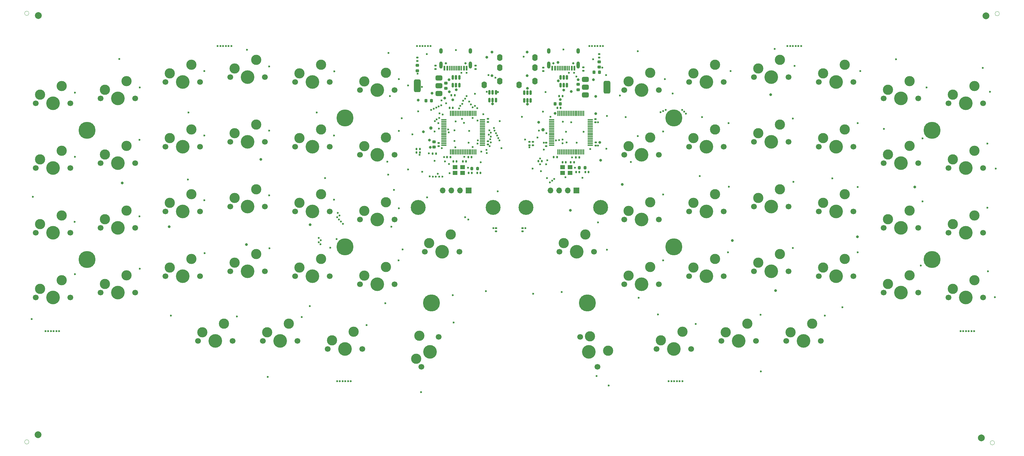
<source format=gts>
G04 #@! TF.GenerationSoftware,KiCad,Pcbnew,8.0.8*
G04 #@! TF.CreationDate,2025-02-14T10:27:23+13:00*
G04 #@! TF.ProjectId,Koca,4b6f6361-2e6b-4696-9361-645f70636258,3*
G04 #@! TF.SameCoordinates,Original*
G04 #@! TF.FileFunction,Soldermask,Top*
G04 #@! TF.FilePolarity,Negative*
%FSLAX46Y46*%
G04 Gerber Fmt 4.6, Leading zero omitted, Abs format (unit mm)*
G04 Created by KiCad (PCBNEW 8.0.8) date 2025-02-14 10:27:23*
%MOMM*%
%LPD*%
G01*
G04 APERTURE LIST*
G04 Aperture macros list*
%AMRoundRect*
0 Rectangle with rounded corners*
0 $1 Rounding radius*
0 $2 $3 $4 $5 $6 $7 $8 $9 X,Y pos of 4 corners*
0 Add a 4 corners polygon primitive as box body*
4,1,4,$2,$3,$4,$5,$6,$7,$8,$9,$2,$3,0*
0 Add four circle primitives for the rounded corners*
1,1,$1+$1,$2,$3*
1,1,$1+$1,$4,$5*
1,1,$1+$1,$6,$7*
1,1,$1+$1,$8,$9*
0 Add four rect primitives between the rounded corners*
20,1,$1+$1,$2,$3,$4,$5,0*
20,1,$1+$1,$4,$5,$6,$7,0*
20,1,$1+$1,$6,$7,$8,$9,0*
20,1,$1+$1,$8,$9,$2,$3,0*%
G04 Aperture macros list end*
%ADD10C,0.100000*%
%ADD11C,1.700000*%
%ADD12C,3.000000*%
%ADD13C,4.000000*%
%ADD14R,1.400000X1.200000*%
%ADD15C,5.000000*%
%ADD16RoundRect,0.140000X-0.140000X-0.170000X0.140000X-0.170000X0.140000X0.170000X-0.140000X0.170000X0*%
%ADD17C,2.000000*%
%ADD18RoundRect,0.135000X-0.135000X-0.185000X0.135000X-0.185000X0.135000X0.185000X-0.135000X0.185000X0*%
%ADD19RoundRect,0.200000X-0.200000X-0.275000X0.200000X-0.275000X0.200000X0.275000X-0.200000X0.275000X0*%
%ADD20RoundRect,0.150000X0.150000X-0.512500X0.150000X0.512500X-0.150000X0.512500X-0.150000X-0.512500X0*%
%ADD21RoundRect,0.135000X0.185000X-0.135000X0.185000X0.135000X-0.185000X0.135000X-0.185000X-0.135000X0*%
%ADD22RoundRect,0.075000X0.075000X-0.700000X0.075000X0.700000X-0.075000X0.700000X-0.075000X-0.700000X0*%
%ADD23RoundRect,0.075000X0.700000X-0.075000X0.700000X0.075000X-0.700000X0.075000X-0.700000X-0.075000X0*%
%ADD24C,4.400000*%
%ADD25RoundRect,0.135000X-0.185000X0.135000X-0.185000X-0.135000X0.185000X-0.135000X0.185000X0.135000X0*%
%ADD26C,0.800000*%
%ADD27O,1.600000X2.000000*%
%ADD28RoundRect,0.225000X-0.250000X0.225000X-0.250000X-0.225000X0.250000X-0.225000X0.250000X0.225000X0*%
%ADD29RoundRect,0.150000X-0.150000X0.512500X-0.150000X-0.512500X0.150000X-0.512500X0.150000X0.512500X0*%
%ADD30C,0.600000*%
%ADD31RoundRect,0.140000X0.140000X0.170000X-0.140000X0.170000X-0.140000X-0.170000X0.140000X-0.170000X0*%
%ADD32C,1.000000*%
%ADD33RoundRect,0.375000X0.625000X0.375000X-0.625000X0.375000X-0.625000X-0.375000X0.625000X-0.375000X0*%
%ADD34RoundRect,0.500000X0.500000X1.400000X-0.500000X1.400000X-0.500000X-1.400000X0.500000X-1.400000X0*%
%ADD35RoundRect,0.375000X-0.625000X-0.375000X0.625000X-0.375000X0.625000X0.375000X-0.625000X0.375000X0*%
%ADD36RoundRect,0.500000X-0.500000X-1.400000X0.500000X-1.400000X0.500000X1.400000X-0.500000X1.400000X0*%
%ADD37RoundRect,0.140000X-0.170000X0.140000X-0.170000X-0.140000X0.170000X-0.140000X0.170000X0.140000X0*%
%ADD38RoundRect,0.225000X0.225000X0.250000X-0.225000X0.250000X-0.225000X-0.250000X0.225000X-0.250000X0*%
%ADD39RoundRect,0.218750X-0.256250X0.218750X-0.256250X-0.218750X0.256250X-0.218750X0.256250X0.218750X0*%
%ADD40RoundRect,0.225000X-0.225000X-0.250000X0.225000X-0.250000X0.225000X0.250000X-0.225000X0.250000X0*%
%ADD41C,0.650000*%
%ADD42R,0.600000X1.450000*%
%ADD43R,0.300000X1.450000*%
%ADD44O,1.000000X2.100000*%
%ADD45O,1.000000X1.600000*%
%ADD46RoundRect,0.140000X0.170000X-0.140000X0.170000X0.140000X-0.170000X0.140000X-0.170000X-0.140000X0*%
%ADD47RoundRect,0.225000X0.250000X-0.225000X0.250000X0.225000X-0.250000X0.225000X-0.250000X-0.225000X0*%
%ADD48R,1.700000X1.700000*%
%ADD49O,1.700000X1.700000*%
%ADD50RoundRect,0.135000X0.135000X0.185000X-0.135000X0.185000X-0.135000X-0.185000X0.135000X-0.185000X0*%
G04 APERTURE END LIST*
D10*
X348071200Y-81788000D02*
G75*
G02*
X346771200Y-81788000I-650000J0D01*
G01*
X346771200Y-81788000D02*
G75*
G02*
X348071200Y-81788000I650000J0D01*
G01*
X62981600Y-207822800D02*
G75*
G02*
X61681600Y-207822800I-650000J0D01*
G01*
X61681600Y-207822800D02*
G75*
G02*
X62981600Y-207822800I650000J0D01*
G01*
X62981600Y-81686400D02*
G75*
G02*
X61681600Y-81686400I-650000J0D01*
G01*
X61681600Y-81686400D02*
G75*
G02*
X62981600Y-81686400I650000J0D01*
G01*
X346648800Y-208076800D02*
G75*
G02*
X345348800Y-208076800I-650000J0D01*
G01*
X345348800Y-208076800D02*
G75*
G02*
X346648800Y-208076800I650000J0D01*
G01*
D11*
X84020000Y-125800000D03*
D12*
X85290000Y-123260000D03*
D13*
X89100000Y-125800000D03*
D12*
X91640000Y-120720000D03*
D11*
X94180000Y-125800000D03*
X103070000Y-120950000D03*
D12*
X104340000Y-118410000D03*
D13*
X108150000Y-120950000D03*
D12*
X110690000Y-115870000D03*
D11*
X113230000Y-120950000D03*
X64970000Y-108200000D03*
D12*
X66240000Y-105660000D03*
D13*
X70050000Y-108200000D03*
D12*
X72590000Y-103120000D03*
D11*
X75130000Y-108200000D03*
X122120000Y-100500000D03*
D12*
X123390000Y-97960000D03*
D13*
X127200000Y-100500000D03*
D12*
X129740000Y-95420000D03*
D11*
X132280000Y-100500000D03*
X141170000Y-101900000D03*
D12*
X142440000Y-99360000D03*
D13*
X146250000Y-101900000D03*
D12*
X148790000Y-96820000D03*
D11*
X151330000Y-101900000D03*
X103070000Y-101900000D03*
D12*
X104340000Y-99360000D03*
D13*
X108150000Y-101900000D03*
D12*
X110690000Y-96820000D03*
D11*
X113230000Y-101900000D03*
X122120000Y-119550000D03*
D12*
X123390000Y-117010000D03*
D13*
X127200000Y-119550000D03*
D12*
X129740000Y-114470000D03*
D11*
X132280000Y-119550000D03*
X160220000Y-104300000D03*
D12*
X161490000Y-101760000D03*
D13*
X165300000Y-104300000D03*
D12*
X167840000Y-99220000D03*
D11*
X170380000Y-104300000D03*
X179270000Y-151850000D03*
D12*
X180540000Y-149310000D03*
D13*
X184350000Y-151850000D03*
D12*
X186890000Y-146770000D03*
D11*
X189430000Y-151850000D03*
X64970000Y-127250000D03*
D12*
X66240000Y-124710000D03*
D13*
X70050000Y-127250000D03*
D12*
X72590000Y-122170000D03*
D11*
X75130000Y-127250000D03*
X141170000Y-159050000D03*
D12*
X142440000Y-156510000D03*
D13*
X146250000Y-159050000D03*
D12*
X148790000Y-153970000D03*
D11*
X151330000Y-159050000D03*
X64970000Y-146300000D03*
D12*
X66240000Y-143760000D03*
D13*
X70050000Y-146300000D03*
D12*
X72590000Y-141220000D03*
D11*
X75130000Y-146300000D03*
X160220000Y-142400000D03*
D12*
X161490000Y-139860000D03*
D13*
X165300000Y-142400000D03*
D12*
X167840000Y-137320000D03*
D11*
X170380000Y-142400000D03*
X103070000Y-159050000D03*
D12*
X104340000Y-156510000D03*
D13*
X108150000Y-159050000D03*
D12*
X110690000Y-153970000D03*
D11*
X113230000Y-159050000D03*
X141170000Y-140000000D03*
D12*
X142440000Y-137460000D03*
D13*
X146250000Y-140000000D03*
D12*
X148790000Y-134920000D03*
D11*
X151330000Y-140000000D03*
X64970000Y-165350000D03*
D12*
X66240000Y-162810000D03*
D13*
X70050000Y-165350000D03*
D12*
X72590000Y-160270000D03*
D11*
X75130000Y-165350000D03*
X122120000Y-157650000D03*
D12*
X123390000Y-155110000D03*
D13*
X127200000Y-157650000D03*
D12*
X129740000Y-152570000D03*
D11*
X132280000Y-157650000D03*
X84020000Y-144850000D03*
D12*
X85290000Y-142310000D03*
D13*
X89100000Y-144850000D03*
D12*
X91640000Y-139770000D03*
D11*
X94180000Y-144850000D03*
X131670000Y-178100000D03*
D12*
X132940000Y-175560000D03*
D13*
X136750000Y-178100000D03*
D12*
X139290000Y-173020000D03*
D11*
X141830000Y-178100000D03*
X122120000Y-138600000D03*
D12*
X123390000Y-136060000D03*
D13*
X127200000Y-138600000D03*
D12*
X129740000Y-133520000D03*
D11*
X132280000Y-138600000D03*
X178260000Y-185699409D03*
D12*
X176695295Y-183329556D03*
D13*
X180800000Y-181300000D03*
D12*
X177670591Y-176560295D03*
D11*
X183340000Y-176900591D03*
X84020000Y-163900000D03*
D12*
X85290000Y-161360000D03*
D13*
X89100000Y-163900000D03*
D12*
X91640000Y-158820000D03*
D11*
X94180000Y-163900000D03*
X103070000Y-140000000D03*
D12*
X104340000Y-137460000D03*
D13*
X108150000Y-140000000D03*
D12*
X110690000Y-134920000D03*
D11*
X113230000Y-140000000D03*
X112620000Y-178100000D03*
D12*
X113890000Y-175560000D03*
D13*
X117700000Y-178100000D03*
D12*
X120240000Y-173020000D03*
D11*
X122780000Y-178100000D03*
X150720000Y-180500000D03*
D12*
X151990000Y-177960000D03*
D13*
X155800000Y-180500000D03*
D12*
X158340000Y-175420000D03*
D11*
X160880000Y-180500000D03*
X160220000Y-161450000D03*
D12*
X161490000Y-158910000D03*
D13*
X165300000Y-161450000D03*
D12*
X167840000Y-156370000D03*
D11*
X170380000Y-161450000D03*
X141170000Y-120950000D03*
D12*
X142440000Y-118410000D03*
D13*
X146250000Y-120950000D03*
D12*
X148790000Y-115870000D03*
D11*
X151330000Y-120950000D03*
X160220000Y-123350000D03*
D12*
X161490000Y-120810000D03*
D13*
X165300000Y-123350000D03*
D12*
X167840000Y-118270000D03*
D11*
X170380000Y-123350000D03*
X84020000Y-106750000D03*
D12*
X85290000Y-104210000D03*
D13*
X89100000Y-106750000D03*
D12*
X91640000Y-101670000D03*
D11*
X94180000Y-106750000D03*
X218826000Y-151850000D03*
D12*
X220096000Y-149310000D03*
D13*
X223906000Y-151850000D03*
D12*
X226446000Y-146770000D03*
D11*
X228986000Y-151850000D03*
X266426000Y-178100000D03*
D12*
X267696000Y-175560000D03*
D13*
X271506000Y-178100000D03*
D12*
X274046000Y-173020000D03*
D11*
X276586000Y-178100000D03*
X224916000Y-176900591D03*
D12*
X227750705Y-176730443D03*
D13*
X227456000Y-181300000D03*
D12*
X233125409Y-180959705D03*
D11*
X229996000Y-185699409D03*
X247376000Y-180500000D03*
D12*
X248646000Y-177960000D03*
D13*
X252456000Y-180500000D03*
D12*
X254996000Y-175420000D03*
D11*
X257536000Y-180500000D03*
X314076000Y-163900000D03*
D12*
X315346000Y-161360000D03*
D13*
X319156000Y-163900000D03*
D12*
X321696000Y-158820000D03*
D11*
X324236000Y-163900000D03*
X333126000Y-165350000D03*
D12*
X334396000Y-162810000D03*
D13*
X338206000Y-165350000D03*
D12*
X340746000Y-160270000D03*
D11*
X343286000Y-165350000D03*
X314076000Y-125800000D03*
D12*
X315346000Y-123260000D03*
D13*
X319156000Y-125800000D03*
D12*
X321696000Y-120720000D03*
D11*
X324236000Y-125800000D03*
X295026000Y-140000000D03*
D12*
X296296000Y-137460000D03*
D13*
X300106000Y-140000000D03*
D12*
X302646000Y-134920000D03*
D11*
X305186000Y-140000000D03*
X256926000Y-159050000D03*
D12*
X258196000Y-156510000D03*
D13*
X262006000Y-159050000D03*
D12*
X264546000Y-153970000D03*
D11*
X267086000Y-159050000D03*
X285476000Y-178100000D03*
D12*
X286746000Y-175560000D03*
D13*
X290556000Y-178100000D03*
D12*
X293096000Y-173020000D03*
D11*
X295636000Y-178100000D03*
X295026000Y-159050000D03*
D12*
X296296000Y-156510000D03*
D13*
X300106000Y-159050000D03*
D12*
X302646000Y-153970000D03*
D11*
X305186000Y-159050000D03*
X314076000Y-144850000D03*
D12*
X315346000Y-142310000D03*
D13*
X319156000Y-144850000D03*
D12*
X321696000Y-139770000D03*
D11*
X324236000Y-144850000D03*
X333126000Y-146300000D03*
D12*
X334396000Y-143760000D03*
D13*
X338206000Y-146300000D03*
D12*
X340746000Y-141220000D03*
D11*
X343286000Y-146300000D03*
X237876000Y-161450000D03*
D12*
X239146000Y-158910000D03*
D13*
X242956000Y-161450000D03*
D12*
X245496000Y-156370000D03*
D11*
X248036000Y-161450000D03*
X275976000Y-157650000D03*
D12*
X277246000Y-155110000D03*
D13*
X281056000Y-157650000D03*
D12*
X283596000Y-152570000D03*
D11*
X286136000Y-157650000D03*
X314076000Y-106750000D03*
D12*
X315346000Y-104210000D03*
D13*
X319156000Y-106750000D03*
D12*
X321696000Y-101670000D03*
D11*
X324236000Y-106750000D03*
X333126000Y-108200000D03*
D12*
X334396000Y-105660000D03*
D13*
X338206000Y-108200000D03*
D12*
X340746000Y-103120000D03*
D11*
X343286000Y-108200000D03*
X333126000Y-127250000D03*
D12*
X334396000Y-124710000D03*
D13*
X338206000Y-127250000D03*
D12*
X340746000Y-122170000D03*
D11*
X343286000Y-127250000D03*
X256926000Y-140000000D03*
D12*
X258196000Y-137460000D03*
D13*
X262006000Y-140000000D03*
D12*
X264546000Y-134920000D03*
D11*
X267086000Y-140000000D03*
X237876000Y-123350000D03*
D12*
X239146000Y-120810000D03*
D13*
X242956000Y-123350000D03*
D12*
X245496000Y-118270000D03*
D11*
X248036000Y-123350000D03*
X295026000Y-120950000D03*
D12*
X296296000Y-118410000D03*
D13*
X300106000Y-120950000D03*
D12*
X302646000Y-115870000D03*
D11*
X305186000Y-120950000D03*
X256926000Y-101900000D03*
D12*
X258196000Y-99360000D03*
D13*
X262006000Y-101900000D03*
D12*
X264546000Y-96820000D03*
D11*
X267086000Y-101900000D03*
X275976000Y-100500000D03*
D12*
X277246000Y-97960000D03*
D13*
X281056000Y-100500000D03*
D12*
X283596000Y-95420000D03*
D11*
X286136000Y-100500000D03*
X295026000Y-101900000D03*
D12*
X296296000Y-99360000D03*
D13*
X300106000Y-101900000D03*
D12*
X302646000Y-96820000D03*
D11*
X305186000Y-101900000D03*
X237876000Y-142400000D03*
D12*
X239146000Y-139860000D03*
D13*
X242956000Y-142400000D03*
D12*
X245496000Y-137320000D03*
D11*
X248036000Y-142400000D03*
X256926000Y-120950000D03*
D12*
X258196000Y-118410000D03*
D13*
X262006000Y-120950000D03*
D12*
X264546000Y-115870000D03*
D11*
X267086000Y-120950000D03*
X275976000Y-119550000D03*
D12*
X277246000Y-117010000D03*
D13*
X281056000Y-119550000D03*
D12*
X283596000Y-114470000D03*
D11*
X286136000Y-119550000D03*
X275976000Y-138600000D03*
D12*
X277246000Y-136060000D03*
D13*
X281056000Y-138600000D03*
D12*
X283596000Y-133520000D03*
D11*
X286136000Y-138600000D03*
D14*
X188119000Y-128650000D03*
X190319000Y-128650000D03*
X190319000Y-126950000D03*
X188119000Y-126950000D03*
D15*
X80000000Y-116150000D03*
D16*
X222151000Y-125552200D03*
X223111000Y-125552200D03*
D17*
X342747600Y-206603600D03*
D16*
X194690000Y-128670000D03*
X195650000Y-128670000D03*
D15*
X227056000Y-166950000D03*
D18*
X218690000Y-106045000D03*
X219710000Y-106045000D03*
D19*
X193075000Y-127400000D03*
X194725000Y-127400000D03*
D20*
X208473000Y-107309500D03*
X209423000Y-107309500D03*
X210373000Y-107309500D03*
X210373000Y-105034500D03*
X209423000Y-105034500D03*
X208473000Y-105034500D03*
D21*
X177100000Y-95760000D03*
X177100000Y-94740000D03*
D22*
X186769000Y-122450000D03*
X187269000Y-122450000D03*
X187769000Y-122450000D03*
X188269000Y-122450000D03*
X188769000Y-122450000D03*
X189269000Y-122450000D03*
X189769000Y-122450000D03*
X190269000Y-122450000D03*
X190769000Y-122450000D03*
X191269000Y-122450000D03*
X191769000Y-122450000D03*
X192269000Y-122450000D03*
X192769000Y-122450000D03*
X193269000Y-122450000D03*
X193769000Y-122450000D03*
X194269000Y-122450000D03*
D23*
X196194000Y-120525000D03*
X196194000Y-120025000D03*
X196194000Y-119525000D03*
X196194000Y-119025000D03*
X196194000Y-118525000D03*
X196194000Y-118025000D03*
X196194000Y-117525000D03*
X196194000Y-117025000D03*
X196194000Y-116525000D03*
X196194000Y-116025000D03*
X196194000Y-115525000D03*
X196194000Y-115025000D03*
X196194000Y-114525000D03*
X196194000Y-114025000D03*
X196194000Y-113525000D03*
X196194000Y-113025000D03*
D22*
X194269000Y-111100000D03*
X193769000Y-111100000D03*
X193269000Y-111100000D03*
X192769000Y-111100000D03*
X192269000Y-111100000D03*
X191769000Y-111100000D03*
X191269000Y-111100000D03*
X190769000Y-111100000D03*
X190269000Y-111100000D03*
X189769000Y-111100000D03*
X189269000Y-111100000D03*
X188769000Y-111100000D03*
X188269000Y-111100000D03*
X187769000Y-111100000D03*
X187269000Y-111100000D03*
X186769000Y-111100000D03*
D23*
X184844000Y-113025000D03*
X184844000Y-113525000D03*
X184844000Y-114025000D03*
X184844000Y-114525000D03*
X184844000Y-115025000D03*
X184844000Y-115525000D03*
X184844000Y-116025000D03*
X184844000Y-116525000D03*
X184844000Y-117025000D03*
X184844000Y-117525000D03*
X184844000Y-118025000D03*
X184844000Y-118525000D03*
X184844000Y-119025000D03*
X184844000Y-119525000D03*
X184844000Y-120025000D03*
X184844000Y-120525000D03*
D24*
X177300000Y-138800000D03*
D25*
X182400000Y-97090000D03*
X182400000Y-98110000D03*
D26*
X198969478Y-93080008D03*
X198969478Y-100080008D03*
D27*
X201269478Y-97680008D03*
X201269478Y-94680008D03*
X196669478Y-102780008D03*
X201269478Y-101680008D03*
D15*
X181200000Y-166950000D03*
D28*
X185450000Y-102225000D03*
X185450000Y-103775000D03*
D18*
X187069000Y-105791000D03*
X188089000Y-105791000D03*
D26*
X209286860Y-93080008D03*
X209286860Y-100080008D03*
D27*
X211586860Y-97680008D03*
X211586860Y-94680008D03*
X206986860Y-102780008D03*
X211586860Y-101680008D03*
D29*
X221050000Y-100525000D03*
X220100000Y-100525000D03*
X219150000Y-100525000D03*
X219150000Y-102800000D03*
X220100000Y-102800000D03*
X221050000Y-102800000D03*
D30*
X122414800Y-91287600D03*
X121614800Y-91287600D03*
X120814800Y-91287600D03*
X120014800Y-91287600D03*
X119214800Y-91287600D03*
X118414800Y-91287600D03*
D31*
X220670000Y-125525000D03*
X219710000Y-125525000D03*
D32*
X214020400Y-115925600D03*
D33*
X183400000Y-105300000D03*
X183400000Y-103000000D03*
D34*
X177100000Y-103000000D03*
D33*
X183400000Y-100700000D03*
D17*
X65735200Y-82346800D03*
D35*
X226440000Y-101140000D03*
X226440000Y-103440000D03*
D36*
X232740000Y-103440000D03*
D35*
X226440000Y-105740000D03*
D37*
X229489000Y-119662000D03*
X229489000Y-120622000D03*
D15*
X155800000Y-150450000D03*
D16*
X226420000Y-128400000D03*
X227380000Y-128400000D03*
D31*
X186780000Y-124000000D03*
X185820000Y-124000000D03*
D38*
X230555000Y-99000000D03*
X229005000Y-99000000D03*
D15*
X328256000Y-116150000D03*
X80000000Y-154150000D03*
D30*
X180987600Y-91287600D03*
X180187600Y-91287600D03*
X179387600Y-91287600D03*
X178587600Y-91287600D03*
X177787600Y-91287600D03*
X176987600Y-91287600D03*
D15*
X252456000Y-150450000D03*
D16*
X218220000Y-109550000D03*
X219180000Y-109550000D03*
D25*
X210000000Y-119490000D03*
X210000000Y-120510000D03*
D39*
X230500000Y-95962500D03*
X230500000Y-97537500D03*
D40*
X179625000Y-107400000D03*
X181175000Y-107400000D03*
X217525000Y-108300000D03*
X219075000Y-108300000D03*
D41*
X191190000Y-96400000D03*
X185410000Y-96400000D03*
D42*
X191550000Y-97845000D03*
X190750000Y-97845000D03*
D43*
X189550000Y-97845000D03*
X188550000Y-97845000D03*
X188050000Y-97845000D03*
X187050000Y-97845000D03*
D42*
X185850000Y-97845000D03*
X185050000Y-97845000D03*
X185050000Y-97845000D03*
X185850000Y-97845000D03*
D43*
X186550000Y-97845000D03*
X187550000Y-97845000D03*
X189050000Y-97845000D03*
X190050000Y-97845000D03*
D42*
X190750000Y-97845000D03*
X191550000Y-97845000D03*
D44*
X192620000Y-96930000D03*
D45*
X192620000Y-92750000D03*
D44*
X183980000Y-96930000D03*
D45*
X183980000Y-92750000D03*
D24*
X230956000Y-138800000D03*
D46*
X214925000Y-120755000D03*
X214925000Y-119795000D03*
D19*
X224675000Y-127100000D03*
X226325000Y-127100000D03*
D37*
X197800000Y-112720000D03*
X197800000Y-113680000D03*
D30*
X250926800Y-189992000D03*
X251726800Y-189992000D03*
X252526800Y-189992000D03*
X253326800Y-189992000D03*
X254126800Y-189992000D03*
X254926800Y-189992000D03*
D15*
X252456000Y-112450000D03*
D47*
X182000000Y-121075000D03*
X182000000Y-119525000D03*
D48*
X223766000Y-133800000D03*
D49*
X221226000Y-133800000D03*
X218686000Y-133800000D03*
X216146000Y-133800000D03*
D25*
X225825000Y-97615000D03*
X225825000Y-98635000D03*
D31*
X224635000Y-124079000D03*
X223675000Y-124079000D03*
D30*
X289813600Y-91287600D03*
X289013600Y-91287600D03*
X288213600Y-91287600D03*
X287413600Y-91287600D03*
X286613600Y-91287600D03*
X285813600Y-91287600D03*
D25*
X194200000Y-97090000D03*
X194200000Y-98110000D03*
D41*
X222846000Y-96400000D03*
X217066000Y-96400000D03*
D42*
X223206000Y-97845000D03*
X222406000Y-97845000D03*
D43*
X221206000Y-97845000D03*
X220206000Y-97845000D03*
X219706000Y-97845000D03*
X218706000Y-97845000D03*
D42*
X217506000Y-97845000D03*
X216706000Y-97845000D03*
X216706000Y-97845000D03*
X217506000Y-97845000D03*
D43*
X218206000Y-97845000D03*
X219206000Y-97845000D03*
X220706000Y-97845000D03*
X221706000Y-97845000D03*
D42*
X222406000Y-97845000D03*
X223206000Y-97845000D03*
D44*
X224276000Y-96930000D03*
D45*
X224276000Y-92750000D03*
D44*
X215636000Y-96930000D03*
D45*
X215636000Y-92750000D03*
D16*
X186520000Y-109500000D03*
X187480000Y-109500000D03*
D46*
X183300000Y-120780000D03*
X183300000Y-119820000D03*
D18*
X176782000Y-122631200D03*
X177802000Y-122631200D03*
D29*
X189394000Y-100524500D03*
X188444000Y-100524500D03*
X187494000Y-100524500D03*
X187494000Y-102799500D03*
X188444000Y-102799500D03*
X189394000Y-102799500D03*
D39*
X177100000Y-97022500D03*
X177100000Y-98597500D03*
D22*
X218425000Y-122450000D03*
X218925000Y-122450000D03*
X219425000Y-122450000D03*
X219925000Y-122450000D03*
X220425000Y-122450000D03*
X220925000Y-122450000D03*
X221425000Y-122450000D03*
X221925000Y-122450000D03*
X222425000Y-122450000D03*
X222925000Y-122450000D03*
X223425000Y-122450000D03*
X223925000Y-122450000D03*
X224425000Y-122450000D03*
X224925000Y-122450000D03*
X225425000Y-122450000D03*
X225925000Y-122450000D03*
D23*
X227850000Y-120525000D03*
X227850000Y-120025000D03*
X227850000Y-119525000D03*
X227850000Y-119025000D03*
X227850000Y-118525000D03*
X227850000Y-118025000D03*
X227850000Y-117525000D03*
X227850000Y-117025000D03*
X227850000Y-116525000D03*
X227850000Y-116025000D03*
X227850000Y-115525000D03*
X227850000Y-115025000D03*
X227850000Y-114525000D03*
X227850000Y-114025000D03*
X227850000Y-113525000D03*
X227850000Y-113025000D03*
D22*
X225925000Y-111100000D03*
X225425000Y-111100000D03*
X224925000Y-111100000D03*
X224425000Y-111100000D03*
X223925000Y-111100000D03*
X223425000Y-111100000D03*
X222925000Y-111100000D03*
X222425000Y-111100000D03*
X221925000Y-111100000D03*
X221425000Y-111100000D03*
X220925000Y-111100000D03*
X220425000Y-111100000D03*
X219925000Y-111100000D03*
X219425000Y-111100000D03*
X218925000Y-111100000D03*
X218425000Y-111100000D03*
D23*
X216500000Y-113025000D03*
X216500000Y-113525000D03*
X216500000Y-114025000D03*
X216500000Y-114525000D03*
X216500000Y-115025000D03*
X216500000Y-115525000D03*
X216500000Y-116025000D03*
X216500000Y-116525000D03*
X216500000Y-117025000D03*
X216500000Y-117525000D03*
X216500000Y-118025000D03*
X216500000Y-118525000D03*
X216500000Y-119025000D03*
X216500000Y-119525000D03*
X216500000Y-120025000D03*
X216500000Y-120525000D03*
D37*
X200200000Y-144920000D03*
X200200000Y-145880000D03*
D18*
X176782000Y-121615200D03*
X177802000Y-121615200D03*
D50*
X182577200Y-122986800D03*
X181557200Y-122986800D03*
D31*
X193110000Y-128670000D03*
X192150000Y-128670000D03*
D24*
X208956000Y-138800000D03*
D30*
X67831200Y-175260000D03*
X68631200Y-175260000D03*
X69431200Y-175260000D03*
X70231200Y-175260000D03*
X71031200Y-175260000D03*
X71831200Y-175260000D03*
D17*
X344119200Y-82448400D03*
D32*
X181051200Y-115443000D03*
D47*
X224330000Y-104155000D03*
X224330000Y-102605000D03*
D37*
X208000000Y-144920000D03*
X208000000Y-145880000D03*
D31*
X188580000Y-125300000D03*
X187620000Y-125300000D03*
D37*
X197800000Y-119320000D03*
X197800000Y-120280000D03*
D50*
X213610000Y-125200000D03*
X212590000Y-125200000D03*
D15*
X155800000Y-112450000D03*
D37*
X229425000Y-112820000D03*
X229425000Y-113780000D03*
D17*
X65684400Y-205689200D03*
D31*
X218105000Y-124025000D03*
X217145000Y-124025000D03*
D30*
X336639200Y-175260000D03*
X337439200Y-175260000D03*
X338239200Y-175260000D03*
X339039200Y-175260000D03*
X339839200Y-175260000D03*
X340639200Y-175260000D03*
D14*
X219775000Y-128650000D03*
X221975000Y-128650000D03*
X221975000Y-126950000D03*
X219775000Y-126950000D03*
D25*
X214100000Y-97640000D03*
X214100000Y-98660000D03*
D30*
X153518000Y-189992000D03*
X154318000Y-189992000D03*
X155118000Y-189992000D03*
X155918000Y-189992000D03*
X156718000Y-189992000D03*
X157518000Y-189992000D03*
D15*
X328256000Y-154150000D03*
D31*
X224680000Y-128400000D03*
X223720000Y-128400000D03*
D24*
X199300000Y-138800000D03*
D31*
X192980000Y-124000000D03*
X192020000Y-124000000D03*
D16*
X190440000Y-125300000D03*
X191400000Y-125300000D03*
D48*
X192110000Y-133800000D03*
D49*
X189570000Y-133800000D03*
X187030000Y-133800000D03*
X184490000Y-133800000D03*
D20*
X198250000Y-107237500D03*
X199200000Y-107237500D03*
X200150000Y-107237500D03*
X200150000Y-104962500D03*
X199200000Y-104962500D03*
X198250000Y-104962500D03*
D30*
X231616000Y-91288400D03*
X230816000Y-91288400D03*
X230016000Y-91288400D03*
X229216000Y-91288400D03*
X228416000Y-91288400D03*
X227616000Y-91288400D03*
D21*
X230500000Y-94700000D03*
X230500000Y-93680000D03*
D25*
X211000000Y-119490000D03*
X211000000Y-120510000D03*
D11*
X248036000Y-104300000D03*
D12*
X245496000Y-99220000D03*
D13*
X242956000Y-104300000D03*
D12*
X239146000Y-101760000D03*
D11*
X237876000Y-104300000D03*
D30*
X167700000Y-167050000D03*
D26*
X197459600Y-94589600D03*
D30*
X175615600Y-117348000D03*
D26*
X178816000Y-116535200D03*
D30*
X197231000Y-163449000D03*
D26*
X199200000Y-108300000D03*
D30*
X64109600Y-135686800D03*
X198312500Y-120787500D03*
X192125600Y-119735600D03*
D26*
X180644800Y-119024400D03*
X187452000Y-107188000D03*
D30*
X188417200Y-92481400D03*
X172720000Y-151180800D03*
X178206400Y-193192400D03*
X169418000Y-144526000D03*
X187502800Y-164642800D03*
X186385200Y-126034800D03*
X170180000Y-133654800D03*
D26*
X185100000Y-106650000D03*
D30*
X172516800Y-112547400D03*
X168300400Y-125323600D03*
X89560400Y-95148400D03*
X184979000Y-124002800D03*
X133096000Y-188671200D03*
X190906400Y-123952000D03*
X147523200Y-110845600D03*
X109880400Y-110845600D03*
X109677200Y-130606800D03*
D26*
X145542000Y-143865600D03*
X186400000Y-101200000D03*
D30*
X150012400Y-130149600D03*
X174345600Y-127635000D03*
X194005200Y-105359200D03*
X174350000Y-102950000D03*
X184150000Y-107300000D03*
X196494400Y-111353600D03*
D26*
X104140000Y-144475200D03*
D30*
X192000000Y-127100000D03*
D26*
X126847600Y-149758400D03*
D30*
X104698800Y-170688000D03*
X200710800Y-134112000D03*
X187960000Y-119278400D03*
X63804800Y-171704000D03*
X201800000Y-121400000D03*
X178511200Y-128320800D03*
X192278000Y-116332000D03*
X186537600Y-128727200D03*
X168503600Y-129184400D03*
X201275000Y-113385600D03*
X187960000Y-116128800D03*
X180492400Y-122936000D03*
D26*
X181350000Y-105200000D03*
D30*
X127050800Y-92456000D03*
X168605200Y-93319600D03*
X151536400Y-150672800D03*
D26*
X131064000Y-124714000D03*
D30*
X195681600Y-125526800D03*
D26*
X90373200Y-131622800D03*
D30*
X169062400Y-106070400D03*
X145491200Y-167843200D03*
X179850000Y-93700000D03*
X231400000Y-97650000D03*
X183074000Y-128905000D03*
X199400000Y-144900000D03*
X177150000Y-99450000D03*
X200800000Y-104900000D03*
X200000000Y-100600000D03*
X198000000Y-99900000D03*
X197500000Y-104800000D03*
X188350000Y-113500000D03*
X190804800Y-113893600D03*
X193357955Y-121065918D03*
X195834000Y-122377200D03*
X221625000Y-99225000D03*
X223156000Y-99225000D03*
X177749200Y-123342400D03*
X186334400Y-116738400D03*
X182168800Y-116450000D03*
X215036400Y-116941600D03*
X212394800Y-118262400D03*
X76450000Y-105000000D03*
X181135711Y-110125000D03*
X189344000Y-109664634D03*
X181866279Y-109775000D03*
X189700716Y-108948562D03*
X95500000Y-103500000D03*
X190239205Y-108356925D03*
X182612638Y-109425000D03*
X114500000Y-98650000D03*
X183349429Y-109075278D03*
X190550000Y-107400000D03*
X133550000Y-97350000D03*
X184068671Y-108725000D03*
X191150000Y-106800000D03*
X152650000Y-98800000D03*
X191507772Y-106084456D03*
X171650000Y-101050000D03*
X185572400Y-108150000D03*
X199600000Y-115450000D03*
X193338040Y-112489840D03*
X76450000Y-123900000D03*
X183235600Y-114025000D03*
X190195200Y-112776000D03*
X95450000Y-118950000D03*
X194027039Y-108933513D03*
X182770225Y-112875000D03*
X194700000Y-109650000D03*
X114500000Y-117650000D03*
X182214011Y-113450000D03*
X133550000Y-116200000D03*
X183489600Y-112525000D03*
X193344000Y-109350000D03*
D26*
X186500000Y-104800000D03*
X188475000Y-104208132D03*
X220100000Y-104250000D03*
X209423000Y-103759000D03*
X218366305Y-96125000D03*
X222300000Y-104675000D03*
D30*
X184550000Y-111500000D03*
X152600000Y-117650000D03*
X192844000Y-108550000D03*
X183550000Y-111100000D03*
X171650000Y-116300000D03*
X192344000Y-107700000D03*
X198476053Y-118786012D03*
X76400000Y-143050000D03*
X201220685Y-119084063D03*
X200838683Y-118381156D03*
X198625000Y-118000000D03*
X95450000Y-141450000D03*
X198051167Y-117378429D03*
X114500000Y-136700000D03*
X200516992Y-117648681D03*
X198625000Y-116816133D03*
X133550000Y-135300000D03*
X200145905Y-116939950D03*
X152600000Y-136500000D03*
X198268413Y-116100000D03*
X199775000Y-116231125D03*
X171650000Y-139050000D03*
X76454000Y-158496000D03*
X148132800Y-147825000D03*
X153670000Y-140462000D03*
X154200785Y-141151998D03*
X95504000Y-156845000D03*
X148691600Y-148437600D03*
X114554000Y-152273000D03*
X148107400Y-149047200D03*
X153570998Y-141726998D03*
X133604000Y-150876000D03*
X194758000Y-119989413D03*
X154051000Y-142367000D03*
X197485000Y-122809000D03*
X148656959Y-149628568D03*
X154619000Y-142996998D03*
X197358000Y-121860000D03*
X194831025Y-119112975D03*
X153350000Y-148175000D03*
X171577000Y-154432000D03*
X155194000Y-143637000D03*
X183515000Y-129755000D03*
X124079000Y-170942000D03*
X191135000Y-141732000D03*
X192024000Y-142367000D03*
X143129000Y-171069000D03*
X184404000Y-129755000D03*
X162179000Y-173482000D03*
X182499000Y-129755000D03*
X187706000Y-172720000D03*
X181610000Y-129755000D03*
X180721000Y-129667000D03*
X249809000Y-101092000D03*
D26*
X180850000Y-121100000D03*
D30*
X177350000Y-110575000D03*
X185216800Y-125272800D03*
X179984400Y-135839200D03*
X194767200Y-113284000D03*
X182168800Y-125069600D03*
X178450000Y-103350000D03*
X198625000Y-119657821D03*
D26*
X177350000Y-107200000D03*
D30*
X269113000Y-98679000D03*
D26*
X230632000Y-119700000D03*
D30*
X225600000Y-130079000D03*
D26*
X230886000Y-124968000D03*
X217525600Y-111125000D03*
X229489000Y-106172000D03*
X229489000Y-111236000D03*
X212747202Y-113752798D03*
D30*
X232500000Y-99850000D03*
X214900000Y-126100000D03*
X214200000Y-121800000D03*
X287909000Y-97155000D03*
X307213000Y-98679000D03*
X326644000Y-103505000D03*
X191531000Y-99183132D03*
X190000000Y-99183132D03*
X345313000Y-104775000D03*
X249301000Y-116459000D03*
X256006600Y-111252000D03*
X248564400Y-110786000D03*
X268478000Y-114046000D03*
X249301000Y-110436000D03*
X255447800Y-110642400D03*
X287401000Y-112649000D03*
X250063000Y-110086000D03*
X306451000Y-114046000D03*
X254863600Y-110086000D03*
X325501000Y-118491000D03*
X344551000Y-120015000D03*
X249301000Y-135001000D03*
X268605000Y-132715000D03*
X287528000Y-131318000D03*
X306451000Y-132842000D03*
X325501000Y-137033000D03*
X344551000Y-138938000D03*
X249301000Y-154432000D03*
X268351000Y-152019000D03*
X287401000Y-150749000D03*
X306451000Y-152019000D03*
X324993000Y-155956000D03*
X344678000Y-157607000D03*
X230124000Y-143256000D03*
X229743000Y-188468000D03*
X216027000Y-131445000D03*
X258826000Y-173101000D03*
X217816733Y-119063094D03*
X218694000Y-118999000D03*
X216662000Y-130937000D03*
X277876000Y-170434000D03*
X217297000Y-130429000D03*
X219710000Y-118872000D03*
X296799000Y-170688000D03*
X219805117Y-113601744D03*
X222278278Y-113763794D03*
X220957000Y-119657000D03*
X219762500Y-119962500D03*
X213100000Y-124400000D03*
X208800000Y-144900000D03*
X213100000Y-126100000D03*
X210000000Y-121100000D03*
X317703200Y-95250000D03*
D26*
X224340000Y-101230000D03*
D30*
X260756400Y-112217200D03*
D26*
X237236000Y-132029200D03*
D30*
X343154000Y-97790000D03*
D26*
X221996000Y-139700000D03*
X280873200Y-105613200D03*
D30*
X216154000Y-112166400D03*
X223875600Y-119811800D03*
X227838000Y-121666000D03*
X220014800Y-92303600D03*
X207822800Y-112166400D03*
X215265000Y-124968000D03*
X236575600Y-105918000D03*
D26*
X218499994Y-101600007D03*
D30*
X232613200Y-121564400D03*
X208737200Y-118821200D03*
X346964000Y-127355600D03*
D26*
X269595600Y-148539200D03*
X219075000Y-107061000D03*
D30*
X214223600Y-119786400D03*
X219506800Y-163728400D03*
X230124000Y-113792000D03*
X232765600Y-151231600D03*
X241858800Y-117805200D03*
X225958400Y-116586000D03*
X232765600Y-111912400D03*
X247802400Y-170332400D03*
X215138000Y-130175000D03*
X239776000Y-125476000D03*
X223400000Y-127100000D03*
X222504000Y-124079000D03*
X252095000Y-105308400D03*
X220600000Y-129900000D03*
D26*
X209423000Y-108458000D03*
D30*
X208280000Y-94437200D03*
X214731600Y-104851200D03*
X213969600Y-110591600D03*
X238252000Y-112268000D03*
X301955200Y-168198800D03*
D26*
X323240400Y-132791200D03*
D30*
X211074000Y-164211000D03*
X228750000Y-95200000D03*
X212770000Y-116200000D03*
X220726000Y-116535200D03*
X233324400Y-191211200D03*
X213360000Y-128143000D03*
X230124000Y-120650000D03*
D26*
X306374800Y-147421600D03*
D30*
X282041600Y-92151200D03*
X241808000Y-92811600D03*
X223790000Y-100320000D03*
X277977600Y-187045600D03*
X210947000Y-127381000D03*
X299008800Y-130302000D03*
X260045200Y-129590800D03*
D26*
X228800000Y-101200000D03*
D30*
X242115230Y-165437851D03*
X314147200Y-115722400D03*
X346710000Y-165252400D03*
D26*
X282295600Y-163271200D03*
D30*
X188214000Y-121160000D03*
X184251600Y-121412000D03*
X186132458Y-115911761D03*
X183438800Y-115620800D03*
M02*

</source>
